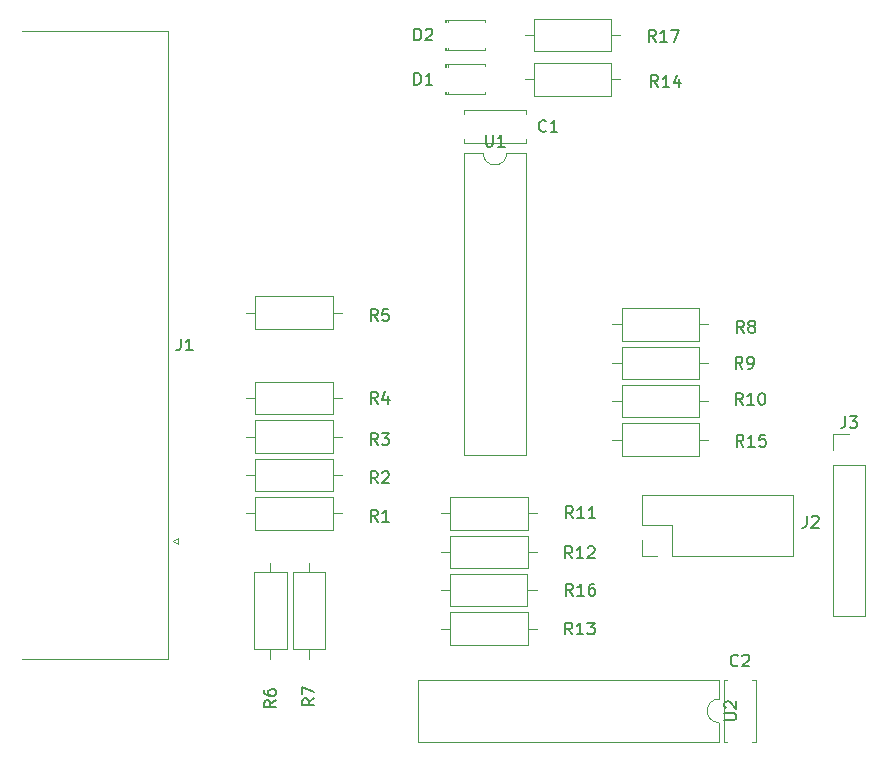
<source format=gbr>
%TF.GenerationSoftware,KiCad,Pcbnew,(6.0.7)*%
%TF.CreationDate,2023-04-25T18:20:49-06:00*%
%TF.ProjectId,byte_blaster_II,62797465-5f62-46c6-9173-7465725f4949,rev?*%
%TF.SameCoordinates,Original*%
%TF.FileFunction,Legend,Top*%
%TF.FilePolarity,Positive*%
%FSLAX46Y46*%
G04 Gerber Fmt 4.6, Leading zero omitted, Abs format (unit mm)*
G04 Created by KiCad (PCBNEW (6.0.7)) date 2023-04-25 18:20:49*
%MOMM*%
%LPD*%
G01*
G04 APERTURE LIST*
%ADD10C,0.150000*%
%ADD11C,0.120000*%
G04 APERTURE END LIST*
D10*
%TO.C,R15*%
X98253254Y-128270937D02*
X97919921Y-127794747D01*
X97681826Y-128270937D02*
X97681826Y-127270937D01*
X98062778Y-127270937D01*
X98158016Y-127318557D01*
X98205635Y-127366176D01*
X98253254Y-127461414D01*
X98253254Y-127604271D01*
X98205635Y-127699509D01*
X98158016Y-127747128D01*
X98062778Y-127794747D01*
X97681826Y-127794747D01*
X99205635Y-128270937D02*
X98634207Y-128270937D01*
X98919921Y-128270937D02*
X98919921Y-127270937D01*
X98824683Y-127413795D01*
X98729445Y-127509033D01*
X98634207Y-127556652D01*
X100110397Y-127270937D02*
X99634207Y-127270937D01*
X99586588Y-127747128D01*
X99634207Y-127699509D01*
X99729445Y-127651890D01*
X99967540Y-127651890D01*
X100062778Y-127699509D01*
X100110397Y-127747128D01*
X100158016Y-127842366D01*
X100158016Y-128080461D01*
X100110397Y-128175699D01*
X100062778Y-128223318D01*
X99967540Y-128270937D01*
X99729445Y-128270937D01*
X99634207Y-128223318D01*
X99586588Y-128175699D01*
%TO.C,R7*%
X61908492Y-149585223D02*
X61432302Y-149918557D01*
X61908492Y-150156652D02*
X60908492Y-150156652D01*
X60908492Y-149775699D01*
X60956112Y-149680461D01*
X61003731Y-149632842D01*
X61098969Y-149585223D01*
X61241826Y-149585223D01*
X61337064Y-149632842D01*
X61384683Y-149680461D01*
X61432302Y-149775699D01*
X61432302Y-150156652D01*
X60908492Y-149251890D02*
X60908492Y-148585223D01*
X61908492Y-149013795D01*
%TO.C,R10*%
X98193254Y-124720937D02*
X97859921Y-124244747D01*
X97621826Y-124720937D02*
X97621826Y-123720937D01*
X98002778Y-123720937D01*
X98098016Y-123768557D01*
X98145635Y-123816176D01*
X98193254Y-123911414D01*
X98193254Y-124054271D01*
X98145635Y-124149509D01*
X98098016Y-124197128D01*
X98002778Y-124244747D01*
X97621826Y-124244747D01*
X99145635Y-124720937D02*
X98574207Y-124720937D01*
X98859921Y-124720937D02*
X98859921Y-123720937D01*
X98764683Y-123863795D01*
X98669445Y-123959033D01*
X98574207Y-124006652D01*
X99764683Y-123720937D02*
X99859921Y-123720937D01*
X99955159Y-123768557D01*
X100002778Y-123816176D01*
X100050397Y-123911414D01*
X100098016Y-124101890D01*
X100098016Y-124339985D01*
X100050397Y-124530461D01*
X100002778Y-124625699D01*
X99955159Y-124673318D01*
X99859921Y-124720937D01*
X99764683Y-124720937D01*
X99669445Y-124673318D01*
X99621826Y-124625699D01*
X99574207Y-124530461D01*
X99526588Y-124339985D01*
X99526588Y-124101890D01*
X99574207Y-123911414D01*
X99621826Y-123816176D01*
X99669445Y-123768557D01*
X99764683Y-123720937D01*
%TO.C,C1*%
X81539445Y-101525699D02*
X81491826Y-101573318D01*
X81348969Y-101620937D01*
X81253731Y-101620937D01*
X81110873Y-101573318D01*
X81015635Y-101478080D01*
X80968016Y-101382842D01*
X80920397Y-101192366D01*
X80920397Y-101049509D01*
X80968016Y-100859033D01*
X81015635Y-100763795D01*
X81110873Y-100668557D01*
X81253731Y-100620937D01*
X81348969Y-100620937D01*
X81491826Y-100668557D01*
X81539445Y-100716176D01*
X82491826Y-101620937D02*
X81920397Y-101620937D01*
X82206112Y-101620937D02*
X82206112Y-100620937D01*
X82110873Y-100763795D01*
X82015635Y-100859033D01*
X81920397Y-100906652D01*
%TO.C,R16*%
X83813254Y-140870937D02*
X83479921Y-140394747D01*
X83241826Y-140870937D02*
X83241826Y-139870937D01*
X83622778Y-139870937D01*
X83718016Y-139918557D01*
X83765635Y-139966176D01*
X83813254Y-140061414D01*
X83813254Y-140204271D01*
X83765635Y-140299509D01*
X83718016Y-140347128D01*
X83622778Y-140394747D01*
X83241826Y-140394747D01*
X84765635Y-140870937D02*
X84194207Y-140870937D01*
X84479921Y-140870937D02*
X84479921Y-139870937D01*
X84384683Y-140013795D01*
X84289445Y-140109033D01*
X84194207Y-140156652D01*
X85622778Y-139870937D02*
X85432302Y-139870937D01*
X85337064Y-139918557D01*
X85289445Y-139966176D01*
X85194207Y-140109033D01*
X85146588Y-140299509D01*
X85146588Y-140680461D01*
X85194207Y-140775699D01*
X85241826Y-140823318D01*
X85337064Y-140870937D01*
X85527540Y-140870937D01*
X85622778Y-140823318D01*
X85670397Y-140775699D01*
X85718016Y-140680461D01*
X85718016Y-140442366D01*
X85670397Y-140347128D01*
X85622778Y-140299509D01*
X85527540Y-140251890D01*
X85337064Y-140251890D01*
X85241826Y-140299509D01*
X85194207Y-140347128D01*
X85146588Y-140442366D01*
%TO.C,R17*%
X90833254Y-93970937D02*
X90499921Y-93494747D01*
X90261826Y-93970937D02*
X90261826Y-92970937D01*
X90642778Y-92970937D01*
X90738016Y-93018557D01*
X90785635Y-93066176D01*
X90833254Y-93161414D01*
X90833254Y-93304271D01*
X90785635Y-93399509D01*
X90738016Y-93447128D01*
X90642778Y-93494747D01*
X90261826Y-93494747D01*
X91785635Y-93970937D02*
X91214207Y-93970937D01*
X91499921Y-93970937D02*
X91499921Y-92970937D01*
X91404683Y-93113795D01*
X91309445Y-93209033D01*
X91214207Y-93256652D01*
X92118969Y-92970937D02*
X92785635Y-92970937D01*
X92357064Y-93970937D01*
%TO.C,R5*%
X67289445Y-117620937D02*
X66956112Y-117144747D01*
X66718016Y-117620937D02*
X66718016Y-116620937D01*
X67098969Y-116620937D01*
X67194207Y-116668557D01*
X67241826Y-116716176D01*
X67289445Y-116811414D01*
X67289445Y-116954271D01*
X67241826Y-117049509D01*
X67194207Y-117097128D01*
X67098969Y-117144747D01*
X66718016Y-117144747D01*
X68194207Y-116620937D02*
X67718016Y-116620937D01*
X67670397Y-117097128D01*
X67718016Y-117049509D01*
X67813254Y-117001890D01*
X68051350Y-117001890D01*
X68146588Y-117049509D01*
X68194207Y-117097128D01*
X68241826Y-117192366D01*
X68241826Y-117430461D01*
X68194207Y-117525699D01*
X68146588Y-117573318D01*
X68051350Y-117620937D01*
X67813254Y-117620937D01*
X67718016Y-117573318D01*
X67670397Y-117525699D01*
%TO.C,R14*%
X91023254Y-97820937D02*
X90689921Y-97344747D01*
X90451826Y-97820937D02*
X90451826Y-96820937D01*
X90832778Y-96820937D01*
X90928016Y-96868557D01*
X90975635Y-96916176D01*
X91023254Y-97011414D01*
X91023254Y-97154271D01*
X90975635Y-97249509D01*
X90928016Y-97297128D01*
X90832778Y-97344747D01*
X90451826Y-97344747D01*
X91975635Y-97820937D02*
X91404207Y-97820937D01*
X91689921Y-97820937D02*
X91689921Y-96820937D01*
X91594683Y-96963795D01*
X91499445Y-97059033D01*
X91404207Y-97106652D01*
X92832778Y-97154271D02*
X92832778Y-97820937D01*
X92594683Y-96773318D02*
X92356588Y-97487604D01*
X92975635Y-97487604D01*
%TO.C,R1*%
X67289445Y-134620937D02*
X66956112Y-134144747D01*
X66718016Y-134620937D02*
X66718016Y-133620937D01*
X67098969Y-133620937D01*
X67194207Y-133668557D01*
X67241826Y-133716176D01*
X67289445Y-133811414D01*
X67289445Y-133954271D01*
X67241826Y-134049509D01*
X67194207Y-134097128D01*
X67098969Y-134144747D01*
X66718016Y-134144747D01*
X68241826Y-134620937D02*
X67670397Y-134620937D01*
X67956112Y-134620937D02*
X67956112Y-133620937D01*
X67860873Y-133763795D01*
X67765635Y-133859033D01*
X67670397Y-133906652D01*
%TO.C,R3*%
X67289445Y-128120937D02*
X66956112Y-127644747D01*
X66718016Y-128120937D02*
X66718016Y-127120937D01*
X67098969Y-127120937D01*
X67194207Y-127168557D01*
X67241826Y-127216176D01*
X67289445Y-127311414D01*
X67289445Y-127454271D01*
X67241826Y-127549509D01*
X67194207Y-127597128D01*
X67098969Y-127644747D01*
X66718016Y-127644747D01*
X67622778Y-127120937D02*
X68241826Y-127120937D01*
X67908492Y-127501890D01*
X68051350Y-127501890D01*
X68146588Y-127549509D01*
X68194207Y-127597128D01*
X68241826Y-127692366D01*
X68241826Y-127930461D01*
X68194207Y-128025699D01*
X68146588Y-128073318D01*
X68051350Y-128120937D01*
X67765635Y-128120937D01*
X67670397Y-128073318D01*
X67622778Y-128025699D01*
%TO.C,U1*%
X76454207Y-101865937D02*
X76454207Y-102675461D01*
X76501826Y-102770699D01*
X76549445Y-102818318D01*
X76644683Y-102865937D01*
X76835159Y-102865937D01*
X76930397Y-102818318D01*
X76978016Y-102770699D01*
X77025635Y-102675461D01*
X77025635Y-101865937D01*
X78025635Y-102865937D02*
X77454207Y-102865937D01*
X77739921Y-102865937D02*
X77739921Y-101865937D01*
X77644683Y-102008795D01*
X77549445Y-102104033D01*
X77454207Y-102151652D01*
%TO.C,C2*%
X97789445Y-146775699D02*
X97741826Y-146823318D01*
X97598969Y-146870937D01*
X97503731Y-146870937D01*
X97360873Y-146823318D01*
X97265635Y-146728080D01*
X97218016Y-146632842D01*
X97170397Y-146442366D01*
X97170397Y-146299509D01*
X97218016Y-146109033D01*
X97265635Y-146013795D01*
X97360873Y-145918557D01*
X97503731Y-145870937D01*
X97598969Y-145870937D01*
X97741826Y-145918557D01*
X97789445Y-145966176D01*
X98170397Y-145966176D02*
X98218016Y-145918557D01*
X98313254Y-145870937D01*
X98551350Y-145870937D01*
X98646588Y-145918557D01*
X98694207Y-145966176D01*
X98741826Y-146061414D01*
X98741826Y-146156652D01*
X98694207Y-146299509D01*
X98122778Y-146870937D01*
X98741826Y-146870937D01*
%TO.C,R13*%
X83753254Y-144170937D02*
X83419921Y-143694747D01*
X83181826Y-144170937D02*
X83181826Y-143170937D01*
X83562778Y-143170937D01*
X83658016Y-143218557D01*
X83705635Y-143266176D01*
X83753254Y-143361414D01*
X83753254Y-143504271D01*
X83705635Y-143599509D01*
X83658016Y-143647128D01*
X83562778Y-143694747D01*
X83181826Y-143694747D01*
X84705635Y-144170937D02*
X84134207Y-144170937D01*
X84419921Y-144170937D02*
X84419921Y-143170937D01*
X84324683Y-143313795D01*
X84229445Y-143409033D01*
X84134207Y-143456652D01*
X85038969Y-143170937D02*
X85658016Y-143170937D01*
X85324683Y-143551890D01*
X85467540Y-143551890D01*
X85562778Y-143599509D01*
X85610397Y-143647128D01*
X85658016Y-143742366D01*
X85658016Y-143980461D01*
X85610397Y-144075699D01*
X85562778Y-144123318D01*
X85467540Y-144170937D01*
X85181826Y-144170937D01*
X85086588Y-144123318D01*
X85038969Y-144075699D01*
%TO.C,R4*%
X67289445Y-124620937D02*
X66956112Y-124144747D01*
X66718016Y-124620937D02*
X66718016Y-123620937D01*
X67098969Y-123620937D01*
X67194207Y-123668557D01*
X67241826Y-123716176D01*
X67289445Y-123811414D01*
X67289445Y-123954271D01*
X67241826Y-124049509D01*
X67194207Y-124097128D01*
X67098969Y-124144747D01*
X66718016Y-124144747D01*
X68146588Y-123954271D02*
X68146588Y-124620937D01*
X67908492Y-123573318D02*
X67670397Y-124287604D01*
X68289445Y-124287604D01*
%TO.C,R8*%
X98289445Y-118620937D02*
X97956112Y-118144747D01*
X97718016Y-118620937D02*
X97718016Y-117620937D01*
X98098969Y-117620937D01*
X98194207Y-117668557D01*
X98241826Y-117716176D01*
X98289445Y-117811414D01*
X98289445Y-117954271D01*
X98241826Y-118049509D01*
X98194207Y-118097128D01*
X98098969Y-118144747D01*
X97718016Y-118144747D01*
X98860873Y-118049509D02*
X98765635Y-118001890D01*
X98718016Y-117954271D01*
X98670397Y-117859033D01*
X98670397Y-117811414D01*
X98718016Y-117716176D01*
X98765635Y-117668557D01*
X98860873Y-117620937D01*
X99051350Y-117620937D01*
X99146588Y-117668557D01*
X99194207Y-117716176D01*
X99241826Y-117811414D01*
X99241826Y-117859033D01*
X99194207Y-117954271D01*
X99146588Y-118001890D01*
X99051350Y-118049509D01*
X98860873Y-118049509D01*
X98765635Y-118097128D01*
X98718016Y-118144747D01*
X98670397Y-118239985D01*
X98670397Y-118430461D01*
X98718016Y-118525699D01*
X98765635Y-118573318D01*
X98860873Y-118620937D01*
X99051350Y-118620937D01*
X99146588Y-118573318D01*
X99194207Y-118525699D01*
X99241826Y-118430461D01*
X99241826Y-118239985D01*
X99194207Y-118144747D01*
X99146588Y-118097128D01*
X99051350Y-118049509D01*
%TO.C,R9*%
X98169445Y-121670937D02*
X97836112Y-121194747D01*
X97598016Y-121670937D02*
X97598016Y-120670937D01*
X97978969Y-120670937D01*
X98074207Y-120718557D01*
X98121826Y-120766176D01*
X98169445Y-120861414D01*
X98169445Y-121004271D01*
X98121826Y-121099509D01*
X98074207Y-121147128D01*
X97978969Y-121194747D01*
X97598016Y-121194747D01*
X98645635Y-121670937D02*
X98836112Y-121670937D01*
X98931350Y-121623318D01*
X98978969Y-121575699D01*
X99074207Y-121432842D01*
X99121826Y-121242366D01*
X99121826Y-120861414D01*
X99074207Y-120766176D01*
X99026588Y-120718557D01*
X98931350Y-120670937D01*
X98740873Y-120670937D01*
X98645635Y-120718557D01*
X98598016Y-120766176D01*
X98550397Y-120861414D01*
X98550397Y-121099509D01*
X98598016Y-121194747D01*
X98645635Y-121242366D01*
X98740873Y-121289985D01*
X98931350Y-121289985D01*
X99026588Y-121242366D01*
X99074207Y-121194747D01*
X99121826Y-121099509D01*
%TO.C,R11*%
X83813254Y-134320937D02*
X83479921Y-133844747D01*
X83241826Y-134320937D02*
X83241826Y-133320937D01*
X83622778Y-133320937D01*
X83718016Y-133368557D01*
X83765635Y-133416176D01*
X83813254Y-133511414D01*
X83813254Y-133654271D01*
X83765635Y-133749509D01*
X83718016Y-133797128D01*
X83622778Y-133844747D01*
X83241826Y-133844747D01*
X84765635Y-134320937D02*
X84194207Y-134320937D01*
X84479921Y-134320937D02*
X84479921Y-133320937D01*
X84384683Y-133463795D01*
X84289445Y-133559033D01*
X84194207Y-133606652D01*
X85718016Y-134320937D02*
X85146588Y-134320937D01*
X85432302Y-134320937D02*
X85432302Y-133320937D01*
X85337064Y-133463795D01*
X85241826Y-133559033D01*
X85146588Y-133606652D01*
%TO.C,J2*%
X103622778Y-134120937D02*
X103622778Y-134835223D01*
X103575159Y-134978080D01*
X103479921Y-135073318D01*
X103337064Y-135120937D01*
X103241826Y-135120937D01*
X104051350Y-134216176D02*
X104098969Y-134168557D01*
X104194207Y-134120937D01*
X104432302Y-134120937D01*
X104527540Y-134168557D01*
X104575159Y-134216176D01*
X104622778Y-134311414D01*
X104622778Y-134406652D01*
X104575159Y-134549509D01*
X104003731Y-135120937D01*
X104622778Y-135120937D01*
%TO.C,D2*%
X70388016Y-93870937D02*
X70388016Y-92870937D01*
X70626112Y-92870937D01*
X70768969Y-92918557D01*
X70864207Y-93013795D01*
X70911826Y-93109033D01*
X70959445Y-93299509D01*
X70959445Y-93442366D01*
X70911826Y-93632842D01*
X70864207Y-93728080D01*
X70768969Y-93823318D01*
X70626112Y-93870937D01*
X70388016Y-93870937D01*
X71340397Y-92966176D02*
X71388016Y-92918557D01*
X71483254Y-92870937D01*
X71721350Y-92870937D01*
X71816588Y-92918557D01*
X71864207Y-92966176D01*
X71911826Y-93061414D01*
X71911826Y-93156652D01*
X71864207Y-93299509D01*
X71292778Y-93870937D01*
X71911826Y-93870937D01*
%TO.C,J1*%
X50622778Y-119125937D02*
X50622778Y-119840223D01*
X50575159Y-119983080D01*
X50479921Y-120078318D01*
X50337064Y-120125937D01*
X50241826Y-120125937D01*
X51622778Y-120125937D02*
X51051350Y-120125937D01*
X51337064Y-120125937D02*
X51337064Y-119125937D01*
X51241826Y-119268795D01*
X51146588Y-119364033D01*
X51051350Y-119411652D01*
%TO.C,R2*%
X67289445Y-131370937D02*
X66956112Y-130894747D01*
X66718016Y-131370937D02*
X66718016Y-130370937D01*
X67098969Y-130370937D01*
X67194207Y-130418557D01*
X67241826Y-130466176D01*
X67289445Y-130561414D01*
X67289445Y-130704271D01*
X67241826Y-130799509D01*
X67194207Y-130847128D01*
X67098969Y-130894747D01*
X66718016Y-130894747D01*
X67670397Y-130466176D02*
X67718016Y-130418557D01*
X67813254Y-130370937D01*
X68051350Y-130370937D01*
X68146588Y-130418557D01*
X68194207Y-130466176D01*
X68241826Y-130561414D01*
X68241826Y-130656652D01*
X68194207Y-130799509D01*
X67622778Y-131370937D01*
X68241826Y-131370937D01*
%TO.C,R6*%
X58658492Y-149755223D02*
X58182302Y-150088557D01*
X58658492Y-150326652D02*
X57658492Y-150326652D01*
X57658492Y-149945699D01*
X57706112Y-149850461D01*
X57753731Y-149802842D01*
X57848969Y-149755223D01*
X57991826Y-149755223D01*
X58087064Y-149802842D01*
X58134683Y-149850461D01*
X58182302Y-149945699D01*
X58182302Y-150326652D01*
X57658492Y-148898080D02*
X57658492Y-149088557D01*
X57706112Y-149183795D01*
X57753731Y-149231414D01*
X57896588Y-149326652D01*
X58087064Y-149374271D01*
X58468016Y-149374271D01*
X58563254Y-149326652D01*
X58610873Y-149279033D01*
X58658492Y-149183795D01*
X58658492Y-148993318D01*
X58610873Y-148898080D01*
X58563254Y-148850461D01*
X58468016Y-148802842D01*
X58229921Y-148802842D01*
X58134683Y-148850461D01*
X58087064Y-148898080D01*
X58039445Y-148993318D01*
X58039445Y-149183795D01*
X58087064Y-149279033D01*
X58134683Y-149326652D01*
X58229921Y-149374271D01*
%TO.C,U2*%
X96648492Y-151400461D02*
X97458016Y-151400461D01*
X97553254Y-151352842D01*
X97600873Y-151305223D01*
X97648492Y-151209985D01*
X97648492Y-151019509D01*
X97600873Y-150924271D01*
X97553254Y-150876652D01*
X97458016Y-150829033D01*
X96648492Y-150829033D01*
X96743731Y-150400461D02*
X96696112Y-150352842D01*
X96648492Y-150257604D01*
X96648492Y-150019509D01*
X96696112Y-149924271D01*
X96743731Y-149876652D01*
X96838969Y-149829033D01*
X96934207Y-149829033D01*
X97077064Y-149876652D01*
X97648492Y-150448080D01*
X97648492Y-149829033D01*
%TO.C,R12*%
X83753254Y-137720937D02*
X83419921Y-137244747D01*
X83181826Y-137720937D02*
X83181826Y-136720937D01*
X83562778Y-136720937D01*
X83658016Y-136768557D01*
X83705635Y-136816176D01*
X83753254Y-136911414D01*
X83753254Y-137054271D01*
X83705635Y-137149509D01*
X83658016Y-137197128D01*
X83562778Y-137244747D01*
X83181826Y-137244747D01*
X84705635Y-137720937D02*
X84134207Y-137720937D01*
X84419921Y-137720937D02*
X84419921Y-136720937D01*
X84324683Y-136863795D01*
X84229445Y-136959033D01*
X84134207Y-137006652D01*
X85086588Y-136816176D02*
X85134207Y-136768557D01*
X85229445Y-136720937D01*
X85467540Y-136720937D01*
X85562778Y-136768557D01*
X85610397Y-136816176D01*
X85658016Y-136911414D01*
X85658016Y-137006652D01*
X85610397Y-137149509D01*
X85038969Y-137720937D01*
X85658016Y-137720937D01*
%TO.C,D1*%
X70388016Y-97620937D02*
X70388016Y-96620937D01*
X70626112Y-96620937D01*
X70768969Y-96668557D01*
X70864207Y-96763795D01*
X70911826Y-96859033D01*
X70959445Y-97049509D01*
X70959445Y-97192366D01*
X70911826Y-97382842D01*
X70864207Y-97478080D01*
X70768969Y-97573318D01*
X70626112Y-97620937D01*
X70388016Y-97620937D01*
X71911826Y-97620937D02*
X71340397Y-97620937D01*
X71626112Y-97620937D02*
X71626112Y-96620937D01*
X71530873Y-96763795D01*
X71435635Y-96859033D01*
X71340397Y-96906652D01*
%TO.C,J3*%
X106872778Y-125690937D02*
X106872778Y-126405223D01*
X106825159Y-126548080D01*
X106729921Y-126643318D01*
X106587064Y-126690937D01*
X106491826Y-126690937D01*
X107253731Y-125690937D02*
X107872778Y-125690937D01*
X107539445Y-126071890D01*
X107682302Y-126071890D01*
X107777540Y-126119509D01*
X107825159Y-126167128D01*
X107872778Y-126262366D01*
X107872778Y-126500461D01*
X107825159Y-126595699D01*
X107777540Y-126643318D01*
X107682302Y-126690937D01*
X107396588Y-126690937D01*
X107301350Y-126643318D01*
X107253731Y-126595699D01*
D11*
%TO.C,R15*%
X94476112Y-129038557D02*
X94476112Y-126298557D01*
X87166112Y-127668557D02*
X87936112Y-127668557D01*
X94476112Y-126298557D02*
X87936112Y-126298557D01*
X87936112Y-129038557D02*
X94476112Y-129038557D01*
X87936112Y-126298557D02*
X87936112Y-129038557D01*
X95246112Y-127668557D02*
X94476112Y-127668557D01*
%TO.C,R7*%
X60086112Y-138898557D02*
X60086112Y-145438557D01*
X62826112Y-145438557D02*
X62826112Y-138898557D01*
X61456112Y-146208557D02*
X61456112Y-145438557D01*
X62826112Y-138898557D02*
X60086112Y-138898557D01*
X61456112Y-138128557D02*
X61456112Y-138898557D01*
X60086112Y-145438557D02*
X62826112Y-145438557D01*
%TO.C,R10*%
X94476112Y-125788557D02*
X94476112Y-123048557D01*
X87936112Y-125788557D02*
X94476112Y-125788557D01*
X94476112Y-123048557D02*
X87936112Y-123048557D01*
X87936112Y-123048557D02*
X87936112Y-125788557D01*
X87166112Y-124418557D02*
X87936112Y-124418557D01*
X95246112Y-124418557D02*
X94476112Y-124418557D01*
%TO.C,C1*%
X74586112Y-102538557D02*
X74586112Y-102223557D01*
X74586112Y-100113557D02*
X74586112Y-99798557D01*
X79826112Y-102538557D02*
X74586112Y-102538557D01*
X79826112Y-100113557D02*
X79826112Y-99798557D01*
X79826112Y-102538557D02*
X79826112Y-102223557D01*
X79826112Y-99798557D02*
X74586112Y-99798557D01*
%TO.C,R16*%
X79964012Y-141792766D02*
X79964012Y-139052766D01*
X73424012Y-141792766D02*
X79964012Y-141792766D01*
X73424012Y-139052766D02*
X73424012Y-141792766D01*
X80734012Y-140422766D02*
X79964012Y-140422766D01*
X72654012Y-140422766D02*
X73424012Y-140422766D01*
X79964012Y-139052766D02*
X73424012Y-139052766D01*
%TO.C,R17*%
X80516112Y-94788557D02*
X87056112Y-94788557D01*
X87056112Y-94788557D02*
X87056112Y-92048557D01*
X87056112Y-92048557D02*
X80516112Y-92048557D01*
X79746112Y-93418557D02*
X80516112Y-93418557D01*
X80516112Y-92048557D02*
X80516112Y-94788557D01*
X87826112Y-93418557D02*
X87056112Y-93418557D01*
%TO.C,R5*%
X56936112Y-115548557D02*
X56936112Y-118288557D01*
X63476112Y-115548557D02*
X56936112Y-115548557D01*
X63476112Y-118288557D02*
X63476112Y-115548557D01*
X56936112Y-118288557D02*
X63476112Y-118288557D01*
X64246112Y-116918557D02*
X63476112Y-116918557D01*
X56166112Y-116918557D02*
X56936112Y-116918557D01*
%TO.C,R14*%
X80516112Y-98538557D02*
X87056112Y-98538557D01*
X87056112Y-98538557D02*
X87056112Y-95798557D01*
X79746112Y-97168557D02*
X80516112Y-97168557D01*
X87056112Y-95798557D02*
X80516112Y-95798557D01*
X80516112Y-95798557D02*
X80516112Y-98538557D01*
X87826112Y-97168557D02*
X87056112Y-97168557D01*
%TO.C,R1*%
X56166112Y-133918557D02*
X56936112Y-133918557D01*
X63476112Y-135288557D02*
X63476112Y-132548557D01*
X64246112Y-133918557D02*
X63476112Y-133918557D01*
X56936112Y-132548557D02*
X56936112Y-135288557D01*
X56936112Y-135288557D02*
X63476112Y-135288557D01*
X63476112Y-132548557D02*
X56936112Y-132548557D01*
%TO.C,R3*%
X63476112Y-128788557D02*
X63476112Y-126048557D01*
X56936112Y-128788557D02*
X63476112Y-128788557D01*
X56166112Y-127418557D02*
X56936112Y-127418557D01*
X64246112Y-127418557D02*
X63476112Y-127418557D01*
X56936112Y-126048557D02*
X56936112Y-128788557D01*
X63476112Y-126048557D02*
X56936112Y-126048557D01*
%TO.C,U1*%
X74566112Y-103413557D02*
X74566112Y-128933557D01*
X76216112Y-103413557D02*
X74566112Y-103413557D01*
X74566112Y-128933557D02*
X79866112Y-128933557D01*
X79866112Y-128933557D02*
X79866112Y-103413557D01*
X79866112Y-103413557D02*
X78216112Y-103413557D01*
X76216112Y-103413557D02*
G75*
G03*
X78216112Y-103413557I1000000J0D01*
G01*
%TO.C,C2*%
X96901112Y-153288557D02*
X96586112Y-153288557D01*
X99326112Y-153288557D02*
X99011112Y-153288557D01*
X99326112Y-148048557D02*
X99326112Y-153288557D01*
X96586112Y-148048557D02*
X96586112Y-153288557D01*
X99326112Y-148048557D02*
X99011112Y-148048557D01*
X96901112Y-148048557D02*
X96586112Y-148048557D01*
%TO.C,R13*%
X79976112Y-142298557D02*
X73436112Y-142298557D01*
X73436112Y-142298557D02*
X73436112Y-145038557D01*
X73436112Y-145038557D02*
X79976112Y-145038557D01*
X72666112Y-143668557D02*
X73436112Y-143668557D01*
X79976112Y-145038557D02*
X79976112Y-142298557D01*
X80746112Y-143668557D02*
X79976112Y-143668557D01*
%TO.C,R4*%
X56936112Y-122798557D02*
X56936112Y-125538557D01*
X56166112Y-124168557D02*
X56936112Y-124168557D01*
X64246112Y-124168557D02*
X63476112Y-124168557D01*
X63476112Y-125538557D02*
X63476112Y-122798557D01*
X63476112Y-122798557D02*
X56936112Y-122798557D01*
X56936112Y-125538557D02*
X63476112Y-125538557D01*
%TO.C,R8*%
X94476112Y-116548557D02*
X87936112Y-116548557D01*
X87936112Y-116548557D02*
X87936112Y-119288557D01*
X95246112Y-117918557D02*
X94476112Y-117918557D01*
X87166112Y-117918557D02*
X87936112Y-117918557D01*
X94476112Y-119288557D02*
X94476112Y-116548557D01*
X87936112Y-119288557D02*
X94476112Y-119288557D01*
%TO.C,R9*%
X95246112Y-121168557D02*
X94476112Y-121168557D01*
X94476112Y-122538557D02*
X94476112Y-119798557D01*
X94476112Y-119798557D02*
X87936112Y-119798557D01*
X87936112Y-119798557D02*
X87936112Y-122538557D01*
X87166112Y-121168557D02*
X87936112Y-121168557D01*
X87936112Y-122538557D02*
X94476112Y-122538557D01*
%TO.C,R11*%
X72666112Y-133918557D02*
X73436112Y-133918557D01*
X79976112Y-135288557D02*
X79976112Y-132548557D01*
X73436112Y-135288557D02*
X79976112Y-135288557D01*
X80746112Y-133918557D02*
X79976112Y-133918557D01*
X73436112Y-132548557D02*
X73436112Y-135288557D01*
X79976112Y-132548557D02*
X73436112Y-132548557D01*
%TO.C,J2*%
X92226112Y-134938557D02*
X89626112Y-134938557D01*
X89626112Y-134938557D02*
X89626112Y-132338557D01*
X92226112Y-137538557D02*
X92226112Y-134938557D01*
X102446112Y-137538557D02*
X102446112Y-132338557D01*
X92226112Y-137538557D02*
X102446112Y-137538557D01*
X90956112Y-137538557D02*
X89626112Y-137538557D01*
X89626112Y-132338557D02*
X102446112Y-132338557D01*
X89626112Y-137538557D02*
X89626112Y-136208557D01*
%TO.C,D2*%
X73231112Y-94498557D02*
X73231112Y-94678557D01*
X76411112Y-92158557D02*
X76411112Y-92323557D01*
X72991112Y-92158557D02*
X72991112Y-92338557D01*
X72991112Y-92158557D02*
X76411112Y-92158557D01*
X72991112Y-94678557D02*
X76411112Y-94678557D01*
X72991112Y-94498557D02*
X72991112Y-94678557D01*
X76411112Y-94513557D02*
X76411112Y-94678557D01*
X73111112Y-92158557D02*
X73111112Y-92338557D01*
X73231112Y-92158557D02*
X73231112Y-92338557D01*
X73111112Y-94498557D02*
X73111112Y-94678557D01*
%TO.C,J1*%
X37156443Y-93063557D02*
X49496443Y-93063557D01*
X50390781Y-136043557D02*
X50390781Y-136543557D01*
X49957768Y-136293557D02*
X50390781Y-136043557D01*
X50390781Y-136543557D02*
X49957768Y-136293557D01*
X49496443Y-93063557D02*
X49496443Y-146283557D01*
X49496443Y-146283557D02*
X37156443Y-146283557D01*
%TO.C,R2*%
X63476112Y-132038557D02*
X63476112Y-129298557D01*
X64246112Y-130668557D02*
X63476112Y-130668557D01*
X56166112Y-130668557D02*
X56936112Y-130668557D01*
X56936112Y-129298557D02*
X56936112Y-132038557D01*
X63476112Y-129298557D02*
X56936112Y-129298557D01*
X56936112Y-132038557D02*
X63476112Y-132038557D01*
%TO.C,R6*%
X58206112Y-138128557D02*
X58206112Y-138898557D01*
X59576112Y-145438557D02*
X59576112Y-138898557D01*
X58206112Y-146208557D02*
X58206112Y-145438557D01*
X56836112Y-138898557D02*
X56836112Y-145438557D01*
X59576112Y-138898557D02*
X56836112Y-138898557D01*
X56836112Y-145438557D02*
X59576112Y-145438557D01*
%TO.C,U2*%
X96196112Y-153288557D02*
X96196112Y-151638557D01*
X96196112Y-147988557D02*
X70676112Y-147988557D01*
X96196112Y-149638557D02*
X96196112Y-147988557D01*
X70676112Y-147988557D02*
X70676112Y-153288557D01*
X70676112Y-153288557D02*
X96196112Y-153288557D01*
X96196112Y-149638557D02*
G75*
G03*
X96196112Y-151638557I0J-1000000D01*
G01*
%TO.C,R12*%
X73436112Y-138538557D02*
X79976112Y-138538557D01*
X79976112Y-135798557D02*
X73436112Y-135798557D01*
X79976112Y-138538557D02*
X79976112Y-135798557D01*
X73436112Y-135798557D02*
X73436112Y-138538557D01*
X80746112Y-137168557D02*
X79976112Y-137168557D01*
X72666112Y-137168557D02*
X73436112Y-137168557D01*
%TO.C,D1*%
X72991112Y-95908557D02*
X76411112Y-95908557D01*
X73111112Y-95908557D02*
X73111112Y-96088557D01*
X73231112Y-98248557D02*
X73231112Y-98428557D01*
X72991112Y-98248557D02*
X72991112Y-98428557D01*
X72991112Y-95908557D02*
X72991112Y-96088557D01*
X73111112Y-98248557D02*
X73111112Y-98428557D01*
X72991112Y-98428557D02*
X76411112Y-98428557D01*
X73231112Y-95908557D02*
X73231112Y-96088557D01*
X76411112Y-95908557D02*
X76411112Y-96073557D01*
X76411112Y-98263557D02*
X76411112Y-98428557D01*
%TO.C,J3*%
X105876112Y-128568557D02*
X105876112Y-127238557D01*
X105876112Y-129838557D02*
X105876112Y-142598557D01*
X105876112Y-129838557D02*
X108536112Y-129838557D01*
X105876112Y-127238557D02*
X107206112Y-127238557D01*
X105876112Y-142598557D02*
X108536112Y-142598557D01*
X108536112Y-129838557D02*
X108536112Y-142598557D01*
%TD*%
M02*

</source>
